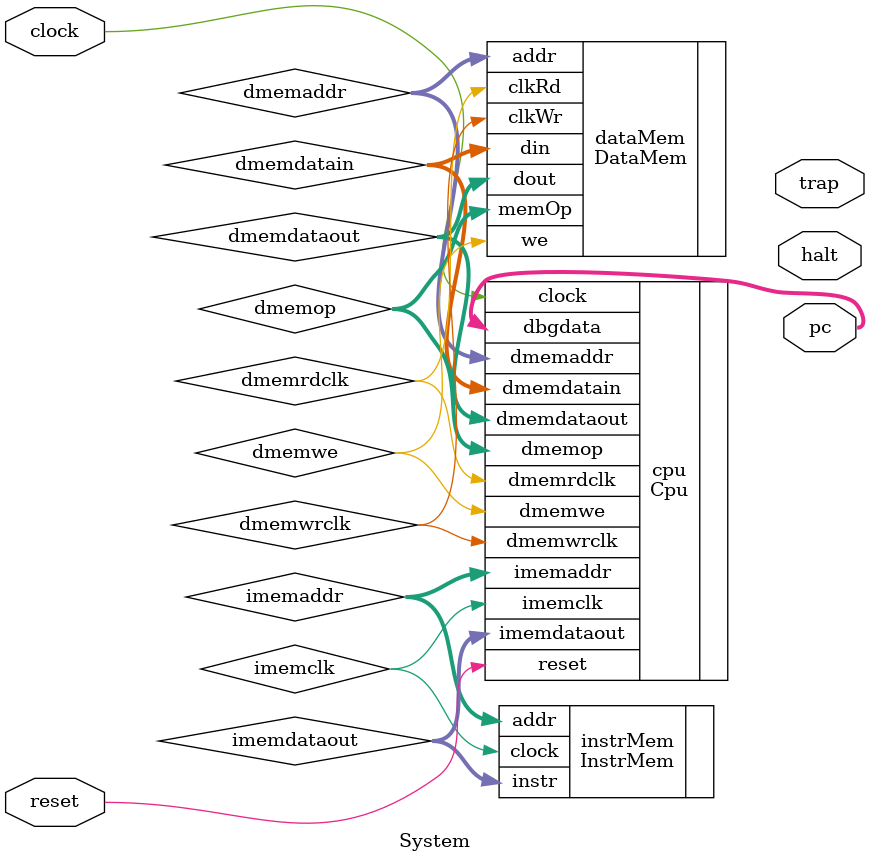
<source format=sv>
module System(
  input clock,
  input reset,
  output [addrWidth-1:0] pc,
  output halt, trap
);

localparam addrWidth = 32;
localparam dataWidth = 32;
localparam instrWidth = 32;

wire [addrWidth-1:0] imemaddr, dmemaddr;
wire [instrWidth-1:0] imemdataout;
wire [dataWidth-1:0] dmemdatain, dmemdataout;
wire imemclk, dmemrdclk, dmemwrclk;
wire [2:0] dmemop;
wire dmemwe;

Cpu cpu(
  .clock(clock),
  .reset(reset),
  .imemaddr(imemaddr), 
  .imemdataout(imemdataout), 
  .imemclk(imemclk), 
  .dmemaddr(dmemaddr), 
  .dmemdataout(dmemdataout), 
  .dmemdatain(dmemdatain), 
  .dmemrdclk(dmemrdclk), 
  .dmemwrclk(dmemwrclk), 
  .dmemop(dmemop), 
  .dmemwe(dmemwe), 
  .dbgdata(pc)
);

InstrMem instrMem(
  .clock(imemclk),
  .addr(imemaddr),
  .instr(imemdataout)
);

DataMem dataMem(
  .addr(dmemaddr),
  .din(dmemdatain),
  .dout(dmemdataout),
  .memOp(dmemop),
  .clkRd(dmemrdclk),
  .clkWr(dmemwrclk),
  .we(dmemwe)
);

endmodule

</source>
